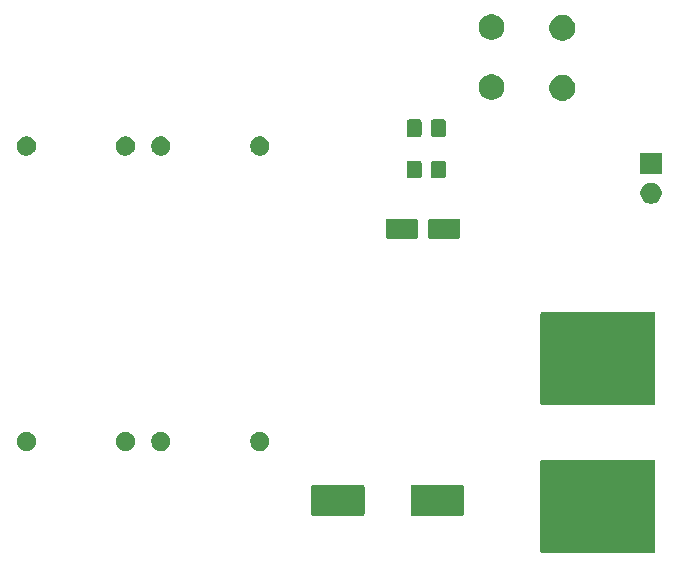
<source format=gbr>
G04 #@! TF.GenerationSoftware,KiCad,Pcbnew,(5.1.5)-3*
G04 #@! TF.CreationDate,2020-03-21T22:09:17-04:00*
G04 #@! TF.ProjectId,GP PSU Filter,47502050-5355-4204-9669-6c7465722e6b,rev?*
G04 #@! TF.SameCoordinates,Original*
G04 #@! TF.FileFunction,Soldermask,Top*
G04 #@! TF.FilePolarity,Negative*
%FSLAX46Y46*%
G04 Gerber Fmt 4.6, Leading zero omitted, Abs format (unit mm)*
G04 Created by KiCad (PCBNEW (5.1.5)-3) date 2020-03-21 22:09:17*
%MOMM*%
%LPD*%
G04 APERTURE LIST*
%ADD10C,0.100000*%
G04 APERTURE END LIST*
D10*
G36*
X153741188Y-101552211D02*
G01*
X153766642Y-101559933D01*
X153790097Y-101572469D01*
X153810657Y-101589343D01*
X153827531Y-101609903D01*
X153840067Y-101633358D01*
X153847789Y-101658812D01*
X153851000Y-101691418D01*
X153851000Y-109308582D01*
X153847789Y-109341188D01*
X153840067Y-109366642D01*
X153827531Y-109390097D01*
X153810657Y-109410657D01*
X153790097Y-109427531D01*
X153766642Y-109440067D01*
X153741188Y-109447789D01*
X153708582Y-109451000D01*
X144291418Y-109451000D01*
X144258812Y-109447789D01*
X144233358Y-109440067D01*
X144209903Y-109427531D01*
X144189343Y-109410657D01*
X144172469Y-109390097D01*
X144159933Y-109366642D01*
X144152211Y-109341188D01*
X144149000Y-109308582D01*
X144149000Y-101691418D01*
X144152211Y-101658812D01*
X144159933Y-101633358D01*
X144172469Y-101609903D01*
X144189343Y-101589343D01*
X144209903Y-101572469D01*
X144233358Y-101559933D01*
X144258812Y-101552211D01*
X144291418Y-101549000D01*
X153708582Y-101549000D01*
X153741188Y-101552211D01*
G37*
G36*
X137521934Y-103702671D02*
G01*
X137551877Y-103711754D01*
X137579465Y-103726500D01*
X137603651Y-103746349D01*
X137623500Y-103770535D01*
X137638246Y-103798123D01*
X137647329Y-103828066D01*
X137651000Y-103865340D01*
X137651000Y-106134660D01*
X137647329Y-106171934D01*
X137638246Y-106201877D01*
X137623500Y-106229465D01*
X137603651Y-106253651D01*
X137579465Y-106273500D01*
X137551877Y-106288246D01*
X137521934Y-106297329D01*
X137484660Y-106301000D01*
X133315340Y-106301000D01*
X133278066Y-106297329D01*
X133248123Y-106288246D01*
X133220535Y-106273500D01*
X133196349Y-106253651D01*
X133176500Y-106229465D01*
X133161754Y-106201877D01*
X133152671Y-106171934D01*
X133149000Y-106134660D01*
X133149000Y-103865340D01*
X133152671Y-103828066D01*
X133161754Y-103798123D01*
X133176500Y-103770535D01*
X133196349Y-103746349D01*
X133220535Y-103726500D01*
X133248123Y-103711754D01*
X133278066Y-103702671D01*
X133315340Y-103699000D01*
X137484660Y-103699000D01*
X137521934Y-103702671D01*
G37*
G36*
X129121934Y-103702671D02*
G01*
X129151877Y-103711754D01*
X129179465Y-103726500D01*
X129203651Y-103746349D01*
X129223500Y-103770535D01*
X129238246Y-103798123D01*
X129247329Y-103828066D01*
X129251000Y-103865340D01*
X129251000Y-106134660D01*
X129247329Y-106171934D01*
X129238246Y-106201877D01*
X129223500Y-106229465D01*
X129203651Y-106253651D01*
X129179465Y-106273500D01*
X129151877Y-106288246D01*
X129121934Y-106297329D01*
X129084660Y-106301000D01*
X124915340Y-106301000D01*
X124878066Y-106297329D01*
X124848123Y-106288246D01*
X124820535Y-106273500D01*
X124796349Y-106253651D01*
X124776500Y-106229465D01*
X124761754Y-106201877D01*
X124752671Y-106171934D01*
X124749000Y-106134660D01*
X124749000Y-103865340D01*
X124752671Y-103828066D01*
X124761754Y-103798123D01*
X124776500Y-103770535D01*
X124796349Y-103746349D01*
X124820535Y-103726500D01*
X124848123Y-103711754D01*
X124878066Y-103702671D01*
X124915340Y-103699000D01*
X129084660Y-103699000D01*
X129121934Y-103702671D01*
G37*
G36*
X100855142Y-99218242D02*
G01*
X101003101Y-99279529D01*
X101136255Y-99368499D01*
X101249501Y-99481745D01*
X101338471Y-99614899D01*
X101399758Y-99762858D01*
X101431000Y-99919925D01*
X101431000Y-100080075D01*
X101399758Y-100237142D01*
X101338471Y-100385101D01*
X101249501Y-100518255D01*
X101136255Y-100631501D01*
X101003101Y-100720471D01*
X100855142Y-100781758D01*
X100698075Y-100813000D01*
X100537925Y-100813000D01*
X100380858Y-100781758D01*
X100232899Y-100720471D01*
X100099745Y-100631501D01*
X99986499Y-100518255D01*
X99897529Y-100385101D01*
X99836242Y-100237142D01*
X99805000Y-100080075D01*
X99805000Y-99919925D01*
X99836242Y-99762858D01*
X99897529Y-99614899D01*
X99986499Y-99481745D01*
X100099745Y-99368499D01*
X100232899Y-99279529D01*
X100380858Y-99218242D01*
X100537925Y-99187000D01*
X100698075Y-99187000D01*
X100855142Y-99218242D01*
G37*
G36*
X120619142Y-99218242D02*
G01*
X120767101Y-99279529D01*
X120900255Y-99368499D01*
X121013501Y-99481745D01*
X121102471Y-99614899D01*
X121163758Y-99762858D01*
X121195000Y-99919925D01*
X121195000Y-100080075D01*
X121163758Y-100237142D01*
X121102471Y-100385101D01*
X121013501Y-100518255D01*
X120900255Y-100631501D01*
X120767101Y-100720471D01*
X120619142Y-100781758D01*
X120462075Y-100813000D01*
X120301925Y-100813000D01*
X120144858Y-100781758D01*
X119996899Y-100720471D01*
X119863745Y-100631501D01*
X119750499Y-100518255D01*
X119661529Y-100385101D01*
X119600242Y-100237142D01*
X119569000Y-100080075D01*
X119569000Y-99919925D01*
X119600242Y-99762858D01*
X119661529Y-99614899D01*
X119750499Y-99481745D01*
X119863745Y-99368499D01*
X119996899Y-99279529D01*
X120144858Y-99218242D01*
X120301925Y-99187000D01*
X120462075Y-99187000D01*
X120619142Y-99218242D01*
G37*
G36*
X112237142Y-99218242D02*
G01*
X112385101Y-99279529D01*
X112518255Y-99368499D01*
X112631501Y-99481745D01*
X112720471Y-99614899D01*
X112781758Y-99762858D01*
X112813000Y-99919925D01*
X112813000Y-100080075D01*
X112781758Y-100237142D01*
X112720471Y-100385101D01*
X112631501Y-100518255D01*
X112518255Y-100631501D01*
X112385101Y-100720471D01*
X112237142Y-100781758D01*
X112080075Y-100813000D01*
X111919925Y-100813000D01*
X111762858Y-100781758D01*
X111614899Y-100720471D01*
X111481745Y-100631501D01*
X111368499Y-100518255D01*
X111279529Y-100385101D01*
X111218242Y-100237142D01*
X111187000Y-100080075D01*
X111187000Y-99919925D01*
X111218242Y-99762858D01*
X111279529Y-99614899D01*
X111368499Y-99481745D01*
X111481745Y-99368499D01*
X111614899Y-99279529D01*
X111762858Y-99218242D01*
X111919925Y-99187000D01*
X112080075Y-99187000D01*
X112237142Y-99218242D01*
G37*
G36*
X109237142Y-99218242D02*
G01*
X109385101Y-99279529D01*
X109518255Y-99368499D01*
X109631501Y-99481745D01*
X109720471Y-99614899D01*
X109781758Y-99762858D01*
X109813000Y-99919925D01*
X109813000Y-100080075D01*
X109781758Y-100237142D01*
X109720471Y-100385101D01*
X109631501Y-100518255D01*
X109518255Y-100631501D01*
X109385101Y-100720471D01*
X109237142Y-100781758D01*
X109080075Y-100813000D01*
X108919925Y-100813000D01*
X108762858Y-100781758D01*
X108614899Y-100720471D01*
X108481745Y-100631501D01*
X108368499Y-100518255D01*
X108279529Y-100385101D01*
X108218242Y-100237142D01*
X108187000Y-100080075D01*
X108187000Y-99919925D01*
X108218242Y-99762858D01*
X108279529Y-99614899D01*
X108368499Y-99481745D01*
X108481745Y-99368499D01*
X108614899Y-99279529D01*
X108762858Y-99218242D01*
X108919925Y-99187000D01*
X109080075Y-99187000D01*
X109237142Y-99218242D01*
G37*
G36*
X153741188Y-89052211D02*
G01*
X153766642Y-89059933D01*
X153790097Y-89072469D01*
X153810657Y-89089343D01*
X153827531Y-89109903D01*
X153840067Y-89133358D01*
X153847789Y-89158812D01*
X153851000Y-89191418D01*
X153851000Y-96808582D01*
X153847789Y-96841188D01*
X153840067Y-96866642D01*
X153827531Y-96890097D01*
X153810657Y-96910657D01*
X153790097Y-96927531D01*
X153766642Y-96940067D01*
X153741188Y-96947789D01*
X153708582Y-96951000D01*
X144291418Y-96951000D01*
X144258812Y-96947789D01*
X144233358Y-96940067D01*
X144209903Y-96927531D01*
X144189343Y-96910657D01*
X144172469Y-96890097D01*
X144159933Y-96866642D01*
X144152211Y-96841188D01*
X144149000Y-96808582D01*
X144149000Y-89191418D01*
X144152211Y-89158812D01*
X144159933Y-89133358D01*
X144172469Y-89109903D01*
X144189343Y-89089343D01*
X144209903Y-89072469D01*
X144233358Y-89059933D01*
X144258812Y-89052211D01*
X144291418Y-89049000D01*
X153708582Y-89049000D01*
X153741188Y-89052211D01*
G37*
G36*
X133605997Y-81153051D02*
G01*
X133639652Y-81163261D01*
X133670665Y-81179838D01*
X133697851Y-81202149D01*
X133720162Y-81229335D01*
X133736739Y-81260348D01*
X133746949Y-81294003D01*
X133751000Y-81335138D01*
X133751000Y-82664862D01*
X133746949Y-82705997D01*
X133736739Y-82739652D01*
X133720162Y-82770665D01*
X133697851Y-82797851D01*
X133670665Y-82820162D01*
X133639652Y-82836739D01*
X133605997Y-82846949D01*
X133564862Y-82851000D01*
X131235138Y-82851000D01*
X131194003Y-82846949D01*
X131160348Y-82836739D01*
X131129335Y-82820162D01*
X131102149Y-82797851D01*
X131079838Y-82770665D01*
X131063261Y-82739652D01*
X131053051Y-82705997D01*
X131049000Y-82664862D01*
X131049000Y-81335138D01*
X131053051Y-81294003D01*
X131063261Y-81260348D01*
X131079838Y-81229335D01*
X131102149Y-81202149D01*
X131129335Y-81179838D01*
X131160348Y-81163261D01*
X131194003Y-81153051D01*
X131235138Y-81149000D01*
X133564862Y-81149000D01*
X133605997Y-81153051D01*
G37*
G36*
X137205997Y-81153051D02*
G01*
X137239652Y-81163261D01*
X137270665Y-81179838D01*
X137297851Y-81202149D01*
X137320162Y-81229335D01*
X137336739Y-81260348D01*
X137346949Y-81294003D01*
X137351000Y-81335138D01*
X137351000Y-82664862D01*
X137346949Y-82705997D01*
X137336739Y-82739652D01*
X137320162Y-82770665D01*
X137297851Y-82797851D01*
X137270665Y-82820162D01*
X137239652Y-82836739D01*
X137205997Y-82846949D01*
X137164862Y-82851000D01*
X134835138Y-82851000D01*
X134794003Y-82846949D01*
X134760348Y-82836739D01*
X134729335Y-82820162D01*
X134702149Y-82797851D01*
X134679838Y-82770665D01*
X134663261Y-82739652D01*
X134653051Y-82705997D01*
X134649000Y-82664862D01*
X134649000Y-81335138D01*
X134653051Y-81294003D01*
X134663261Y-81260348D01*
X134679838Y-81229335D01*
X134702149Y-81202149D01*
X134729335Y-81179838D01*
X134760348Y-81163261D01*
X134794003Y-81153051D01*
X134835138Y-81149000D01*
X137164862Y-81149000D01*
X137205997Y-81153051D01*
G37*
G36*
X153613512Y-78103927D02*
G01*
X153762812Y-78133624D01*
X153926784Y-78201544D01*
X154074354Y-78300147D01*
X154199853Y-78425646D01*
X154298456Y-78573216D01*
X154366376Y-78737188D01*
X154401000Y-78911259D01*
X154401000Y-79088741D01*
X154366376Y-79262812D01*
X154298456Y-79426784D01*
X154199853Y-79574354D01*
X154074354Y-79699853D01*
X153926784Y-79798456D01*
X153762812Y-79866376D01*
X153613512Y-79896073D01*
X153588742Y-79901000D01*
X153411258Y-79901000D01*
X153386488Y-79896073D01*
X153237188Y-79866376D01*
X153073216Y-79798456D01*
X152925646Y-79699853D01*
X152800147Y-79574354D01*
X152701544Y-79426784D01*
X152633624Y-79262812D01*
X152599000Y-79088741D01*
X152599000Y-78911259D01*
X152633624Y-78737188D01*
X152701544Y-78573216D01*
X152800147Y-78425646D01*
X152925646Y-78300147D01*
X153073216Y-78201544D01*
X153237188Y-78133624D01*
X153386488Y-78103927D01*
X153411258Y-78099000D01*
X153588742Y-78099000D01*
X153613512Y-78103927D01*
G37*
G36*
X135963674Y-76253465D02*
G01*
X136001367Y-76264899D01*
X136036103Y-76283466D01*
X136066548Y-76308452D01*
X136091534Y-76338897D01*
X136110101Y-76373633D01*
X136121535Y-76411326D01*
X136126000Y-76456661D01*
X136126000Y-77543339D01*
X136121535Y-77588674D01*
X136110101Y-77626367D01*
X136091534Y-77661103D01*
X136066548Y-77691548D01*
X136036103Y-77716534D01*
X136001367Y-77735101D01*
X135963674Y-77746535D01*
X135918339Y-77751000D01*
X135081661Y-77751000D01*
X135036326Y-77746535D01*
X134998633Y-77735101D01*
X134963897Y-77716534D01*
X134933452Y-77691548D01*
X134908466Y-77661103D01*
X134889899Y-77626367D01*
X134878465Y-77588674D01*
X134874000Y-77543339D01*
X134874000Y-76456661D01*
X134878465Y-76411326D01*
X134889899Y-76373633D01*
X134908466Y-76338897D01*
X134933452Y-76308452D01*
X134963897Y-76283466D01*
X134998633Y-76264899D01*
X135036326Y-76253465D01*
X135081661Y-76249000D01*
X135918339Y-76249000D01*
X135963674Y-76253465D01*
G37*
G36*
X133913674Y-76253465D02*
G01*
X133951367Y-76264899D01*
X133986103Y-76283466D01*
X134016548Y-76308452D01*
X134041534Y-76338897D01*
X134060101Y-76373633D01*
X134071535Y-76411326D01*
X134076000Y-76456661D01*
X134076000Y-77543339D01*
X134071535Y-77588674D01*
X134060101Y-77626367D01*
X134041534Y-77661103D01*
X134016548Y-77691548D01*
X133986103Y-77716534D01*
X133951367Y-77735101D01*
X133913674Y-77746535D01*
X133868339Y-77751000D01*
X133031661Y-77751000D01*
X132986326Y-77746535D01*
X132948633Y-77735101D01*
X132913897Y-77716534D01*
X132883452Y-77691548D01*
X132858466Y-77661103D01*
X132839899Y-77626367D01*
X132828465Y-77588674D01*
X132824000Y-77543339D01*
X132824000Y-76456661D01*
X132828465Y-76411326D01*
X132839899Y-76373633D01*
X132858466Y-76338897D01*
X132883452Y-76308452D01*
X132913897Y-76283466D01*
X132948633Y-76264899D01*
X132986326Y-76253465D01*
X133031661Y-76249000D01*
X133868339Y-76249000D01*
X133913674Y-76253465D01*
G37*
G36*
X154401000Y-77361000D02*
G01*
X152599000Y-77361000D01*
X152599000Y-75559000D01*
X154401000Y-75559000D01*
X154401000Y-77361000D01*
G37*
G36*
X109237142Y-74218242D02*
G01*
X109385101Y-74279529D01*
X109518255Y-74368499D01*
X109631501Y-74481745D01*
X109720471Y-74614899D01*
X109781758Y-74762858D01*
X109813000Y-74919925D01*
X109813000Y-75080075D01*
X109781758Y-75237142D01*
X109720471Y-75385101D01*
X109631501Y-75518255D01*
X109518255Y-75631501D01*
X109385101Y-75720471D01*
X109237142Y-75781758D01*
X109080075Y-75813000D01*
X108919925Y-75813000D01*
X108762858Y-75781758D01*
X108614899Y-75720471D01*
X108481745Y-75631501D01*
X108368499Y-75518255D01*
X108279529Y-75385101D01*
X108218242Y-75237142D01*
X108187000Y-75080075D01*
X108187000Y-74919925D01*
X108218242Y-74762858D01*
X108279529Y-74614899D01*
X108368499Y-74481745D01*
X108481745Y-74368499D01*
X108614899Y-74279529D01*
X108762858Y-74218242D01*
X108919925Y-74187000D01*
X109080075Y-74187000D01*
X109237142Y-74218242D01*
G37*
G36*
X100855142Y-74218242D02*
G01*
X101003101Y-74279529D01*
X101136255Y-74368499D01*
X101249501Y-74481745D01*
X101338471Y-74614899D01*
X101399758Y-74762858D01*
X101431000Y-74919925D01*
X101431000Y-75080075D01*
X101399758Y-75237142D01*
X101338471Y-75385101D01*
X101249501Y-75518255D01*
X101136255Y-75631501D01*
X101003101Y-75720471D01*
X100855142Y-75781758D01*
X100698075Y-75813000D01*
X100537925Y-75813000D01*
X100380858Y-75781758D01*
X100232899Y-75720471D01*
X100099745Y-75631501D01*
X99986499Y-75518255D01*
X99897529Y-75385101D01*
X99836242Y-75237142D01*
X99805000Y-75080075D01*
X99805000Y-74919925D01*
X99836242Y-74762858D01*
X99897529Y-74614899D01*
X99986499Y-74481745D01*
X100099745Y-74368499D01*
X100232899Y-74279529D01*
X100380858Y-74218242D01*
X100537925Y-74187000D01*
X100698075Y-74187000D01*
X100855142Y-74218242D01*
G37*
G36*
X112237142Y-74218242D02*
G01*
X112385101Y-74279529D01*
X112518255Y-74368499D01*
X112631501Y-74481745D01*
X112720471Y-74614899D01*
X112781758Y-74762858D01*
X112813000Y-74919925D01*
X112813000Y-75080075D01*
X112781758Y-75237142D01*
X112720471Y-75385101D01*
X112631501Y-75518255D01*
X112518255Y-75631501D01*
X112385101Y-75720471D01*
X112237142Y-75781758D01*
X112080075Y-75813000D01*
X111919925Y-75813000D01*
X111762858Y-75781758D01*
X111614899Y-75720471D01*
X111481745Y-75631501D01*
X111368499Y-75518255D01*
X111279529Y-75385101D01*
X111218242Y-75237142D01*
X111187000Y-75080075D01*
X111187000Y-74919925D01*
X111218242Y-74762858D01*
X111279529Y-74614899D01*
X111368499Y-74481745D01*
X111481745Y-74368499D01*
X111614899Y-74279529D01*
X111762858Y-74218242D01*
X111919925Y-74187000D01*
X112080075Y-74187000D01*
X112237142Y-74218242D01*
G37*
G36*
X120619142Y-74218242D02*
G01*
X120767101Y-74279529D01*
X120900255Y-74368499D01*
X121013501Y-74481745D01*
X121102471Y-74614899D01*
X121163758Y-74762858D01*
X121195000Y-74919925D01*
X121195000Y-75080075D01*
X121163758Y-75237142D01*
X121102471Y-75385101D01*
X121013501Y-75518255D01*
X120900255Y-75631501D01*
X120767101Y-75720471D01*
X120619142Y-75781758D01*
X120462075Y-75813000D01*
X120301925Y-75813000D01*
X120144858Y-75781758D01*
X119996899Y-75720471D01*
X119863745Y-75631501D01*
X119750499Y-75518255D01*
X119661529Y-75385101D01*
X119600242Y-75237142D01*
X119569000Y-75080075D01*
X119569000Y-74919925D01*
X119600242Y-74762858D01*
X119661529Y-74614899D01*
X119750499Y-74481745D01*
X119863745Y-74368499D01*
X119996899Y-74279529D01*
X120144858Y-74218242D01*
X120301925Y-74187000D01*
X120462075Y-74187000D01*
X120619142Y-74218242D01*
G37*
G36*
X133913674Y-72753465D02*
G01*
X133951367Y-72764899D01*
X133986103Y-72783466D01*
X134016548Y-72808452D01*
X134041534Y-72838897D01*
X134060101Y-72873633D01*
X134071535Y-72911326D01*
X134076000Y-72956661D01*
X134076000Y-74043339D01*
X134071535Y-74088674D01*
X134060101Y-74126367D01*
X134041534Y-74161103D01*
X134016548Y-74191548D01*
X133986103Y-74216534D01*
X133951367Y-74235101D01*
X133913674Y-74246535D01*
X133868339Y-74251000D01*
X133031661Y-74251000D01*
X132986326Y-74246535D01*
X132948633Y-74235101D01*
X132913897Y-74216534D01*
X132883452Y-74191548D01*
X132858466Y-74161103D01*
X132839899Y-74126367D01*
X132828465Y-74088674D01*
X132824000Y-74043339D01*
X132824000Y-72956661D01*
X132828465Y-72911326D01*
X132839899Y-72873633D01*
X132858466Y-72838897D01*
X132883452Y-72808452D01*
X132913897Y-72783466D01*
X132948633Y-72764899D01*
X132986326Y-72753465D01*
X133031661Y-72749000D01*
X133868339Y-72749000D01*
X133913674Y-72753465D01*
G37*
G36*
X135963674Y-72753465D02*
G01*
X136001367Y-72764899D01*
X136036103Y-72783466D01*
X136066548Y-72808452D01*
X136091534Y-72838897D01*
X136110101Y-72873633D01*
X136121535Y-72911326D01*
X136126000Y-72956661D01*
X136126000Y-74043339D01*
X136121535Y-74088674D01*
X136110101Y-74126367D01*
X136091534Y-74161103D01*
X136066548Y-74191548D01*
X136036103Y-74216534D01*
X136001367Y-74235101D01*
X135963674Y-74246535D01*
X135918339Y-74251000D01*
X135081661Y-74251000D01*
X135036326Y-74246535D01*
X134998633Y-74235101D01*
X134963897Y-74216534D01*
X134933452Y-74191548D01*
X134908466Y-74161103D01*
X134889899Y-74126367D01*
X134878465Y-74088674D01*
X134874000Y-74043339D01*
X134874000Y-72956661D01*
X134878465Y-72911326D01*
X134889899Y-72873633D01*
X134908466Y-72838897D01*
X134933452Y-72808452D01*
X134963897Y-72783466D01*
X134998633Y-72764899D01*
X135036326Y-72753465D01*
X135081661Y-72749000D01*
X135918339Y-72749000D01*
X135963674Y-72753465D01*
G37*
G36*
X146318641Y-69029580D02*
G01*
X146517446Y-69111927D01*
X146696365Y-69231477D01*
X146848523Y-69383635D01*
X146968073Y-69562554D01*
X147050420Y-69761359D01*
X147092400Y-69972408D01*
X147092400Y-70187592D01*
X147050420Y-70398641D01*
X146968073Y-70597446D01*
X146848523Y-70776365D01*
X146696365Y-70928523D01*
X146517446Y-71048073D01*
X146318641Y-71130420D01*
X146213116Y-71151410D01*
X146107593Y-71172400D01*
X145892407Y-71172400D01*
X145786884Y-71151410D01*
X145681359Y-71130420D01*
X145482554Y-71048073D01*
X145303635Y-70928523D01*
X145151477Y-70776365D01*
X145031927Y-70597446D01*
X144949580Y-70398641D01*
X144907600Y-70187592D01*
X144907600Y-69972408D01*
X144949580Y-69761359D01*
X145031927Y-69562554D01*
X145151477Y-69383635D01*
X145303635Y-69231477D01*
X145482554Y-69111927D01*
X145681359Y-69029580D01*
X145892407Y-68987600D01*
X146107593Y-68987600D01*
X146318641Y-69029580D01*
G37*
G36*
X140318641Y-68949580D02*
G01*
X140517446Y-69031927D01*
X140696365Y-69151477D01*
X140848523Y-69303635D01*
X140968073Y-69482554D01*
X141050420Y-69681359D01*
X141092400Y-69892408D01*
X141092400Y-70107592D01*
X141050420Y-70318641D01*
X140968073Y-70517446D01*
X140848523Y-70696365D01*
X140696365Y-70848523D01*
X140517446Y-70968073D01*
X140318641Y-71050420D01*
X140107593Y-71092400D01*
X139892407Y-71092400D01*
X139681359Y-71050420D01*
X139482554Y-70968073D01*
X139303635Y-70848523D01*
X139151477Y-70696365D01*
X139031927Y-70517446D01*
X138949580Y-70318641D01*
X138907600Y-70107592D01*
X138907600Y-69892408D01*
X138949580Y-69681359D01*
X139031927Y-69482554D01*
X139151477Y-69303635D01*
X139303635Y-69151477D01*
X139482554Y-69031927D01*
X139681359Y-68949580D01*
X139892407Y-68907600D01*
X140107593Y-68907600D01*
X140318641Y-68949580D01*
G37*
G36*
X146213116Y-63928590D02*
G01*
X146318641Y-63949580D01*
X146517446Y-64031927D01*
X146696365Y-64151477D01*
X146848523Y-64303635D01*
X146968073Y-64482554D01*
X147050420Y-64681359D01*
X147092400Y-64892408D01*
X147092400Y-65107592D01*
X147050420Y-65318641D01*
X146968073Y-65517446D01*
X146848523Y-65696365D01*
X146696365Y-65848523D01*
X146517446Y-65968073D01*
X146318641Y-66050420D01*
X146107593Y-66092400D01*
X145892407Y-66092400D01*
X145681359Y-66050420D01*
X145482554Y-65968073D01*
X145303635Y-65848523D01*
X145151477Y-65696365D01*
X145031927Y-65517446D01*
X144949580Y-65318641D01*
X144907600Y-65107592D01*
X144907600Y-64892408D01*
X144949580Y-64681359D01*
X145031927Y-64482554D01*
X145151477Y-64303635D01*
X145303635Y-64151477D01*
X145482554Y-64031927D01*
X145681359Y-63949580D01*
X145786884Y-63928590D01*
X145892407Y-63907600D01*
X146107593Y-63907600D01*
X146213116Y-63928590D01*
G37*
G36*
X140213116Y-63848590D02*
G01*
X140318641Y-63869580D01*
X140517446Y-63951927D01*
X140696365Y-64071477D01*
X140848523Y-64223635D01*
X140968073Y-64402554D01*
X141050420Y-64601359D01*
X141092400Y-64812408D01*
X141092400Y-65027592D01*
X141050420Y-65238641D01*
X140968073Y-65437446D01*
X140848523Y-65616365D01*
X140696365Y-65768523D01*
X140517446Y-65888073D01*
X140318641Y-65970420D01*
X140107593Y-66012400D01*
X139892407Y-66012400D01*
X139681359Y-65970420D01*
X139482554Y-65888073D01*
X139303635Y-65768523D01*
X139151477Y-65616365D01*
X139031927Y-65437446D01*
X138949580Y-65238641D01*
X138907600Y-65027592D01*
X138907600Y-64812408D01*
X138949580Y-64601359D01*
X139031927Y-64402554D01*
X139151477Y-64223635D01*
X139303635Y-64071477D01*
X139482554Y-63951927D01*
X139681359Y-63869580D01*
X139786884Y-63848590D01*
X139892407Y-63827600D01*
X140107593Y-63827600D01*
X140213116Y-63848590D01*
G37*
M02*

</source>
